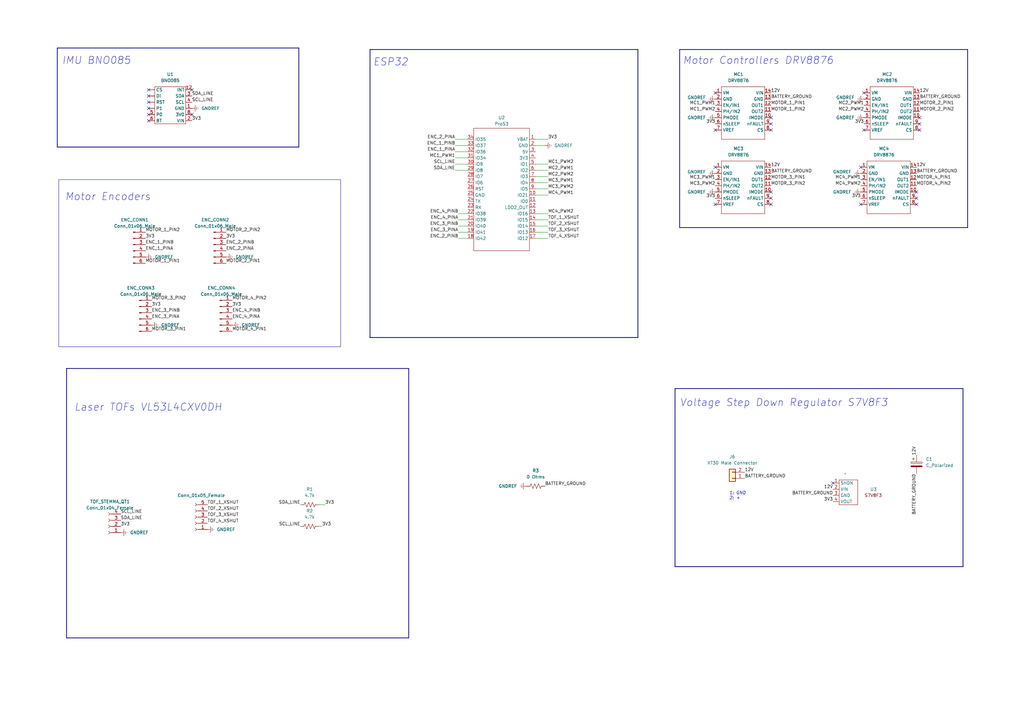
<source format=kicad_sch>
(kicad_sch (version 20230121) (generator eeschema)
  (paper "A3")
  (lib_symbols
    (symbol "Connector:Conn_01x04_Female" (pin_names (offset 1.016) hide)
      (property "Reference" "J" (at 0 5.08 0))
      (property "Value" "Conn_01x04_Female" (at 0 -7.62 0))
      (symbol "Conn_01x04_Female_1_1"
        (arc (start 0 -4.572) (mid -0.5058 -5.08) (end 0 -5.588) (stroke (width 0.1524)))
        (arc (start 0 -2.032) (mid -0.5058 -2.54) (end 0 -3.048) (stroke (width 0.1524)))
        (polyline (pts (xy -1.27 -5.08) (xy -0.508 -5.08)) (stroke (width 0.1524)))
        (polyline (pts (xy -1.27 -2.54) (xy -0.508 -2.54)) (stroke (width 0.1524)))
        (polyline (pts (xy -1.27 0) (xy -0.508 0)) (stroke (width 0.1524)))
        (polyline (pts (xy -1.27 2.54) (xy -0.508 2.54)) (stroke (width 0.1524)))
        (arc (start 0 0.508) (mid -0.5058 0) (end 0 -0.508) (stroke (width 0.1524)))
        (arc (start 0 3.048) (mid -0.5058 2.54) (end 0 2.032) (stroke (width 0.1524)))
        (pin passive line (at -5.08 2.54 0) (length 3.81) (name "Pin_1") (number "1"))
        (pin passive line (at -5.08 0 0) (length 3.81) (name "Pin_2") (number "2"))
        (pin passive line (at -5.08 -2.54 0) (length 3.81) (name "Pin_3") (number "3"))
        (pin passive line (at -5.08 -5.08 0) (length 3.81) (name "Pin_4") (number "4"))
      )
    )
    (symbol "Connector:Conn_01x05_Socket" (pin_names (offset 1.016) hide)
      (property "Reference" "J" (at 0 7.62 0))
      (property "Value" "Conn_01x05_Socket" (at 0 -7.62 0))
      (symbol "Conn_01x05_Socket_1_1"
        (arc (start 0 -4.572) (mid -0.5058 -5.08) (end 0 -5.588) (stroke (width 0.1524)))
        (arc (start 0 -2.032) (mid -0.5058 -2.54) (end 0 -3.048) (stroke (width 0.1524)))
        (polyline (pts (xy -1.27 -5.08) (xy -0.508 -5.08)) (stroke (width 0.1524)))
        (polyline (pts (xy -1.27 -2.54) (xy -0.508 -2.54)) (stroke (width 0.1524)))
        (polyline (pts (xy -1.27 0) (xy -0.508 0)) (stroke (width 0.1524)))
        (polyline (pts (xy -1.27 2.54) (xy -0.508 2.54)) (stroke (width 0.1524)))
        (polyline (pts (xy -1.27 5.08) (xy -0.508 5.08)) (stroke (width 0.1524)))
        (arc (start 0 0.508) (mid -0.5058 0) (end 0 -0.508) (stroke (width 0.1524)))
        (arc (start 0 3.048) (mid -0.5058 2.54) (end 0 2.032) (stroke (width 0.1524)))
        (arc (start 0 5.588) (mid -0.5058 5.08) (end 0 4.572) (stroke (width 0.1524)))
        (pin passive line (at -5.08 5.08 0) (length 3.81) (name "Pin_1") (number "1"))
        (pin passive line (at -5.08 2.54 0) (length 3.81) (name "Pin_2") (number "2"))
        (pin passive line (at -5.08 0 0) (length 3.81) (name "Pin_3") (number "3"))
        (pin passive line (at -5.08 -2.54 0) (length 3.81) (name "Pin_4") (number "4"))
        (pin passive line (at -5.08 -5.08 0) (length 3.81) (name "Pin_5") (number "5"))
      )
    )
    (symbol "Connector:Conn_01x06_Male" (pin_names (offset 1.016) hide)
      (property "Reference" "J" (at 0 7.62 0))
      (property "Value" "Conn_01x06_Male" (at 0 -10.16 0))
      (symbol "Conn_01x06_Male_1_1"
        (polyline (pts (xy 1.27 -7.62) (xy 0.8636 -7.62)) (stroke (width 0.1524)))
        (polyline (pts (xy 1.27 -5.08) (xy 0.8636 -5.08)) (stroke (width 0.1524)))
        (polyline (pts (xy 1.27 -2.54) (xy 0.8636 -2.54)) (stroke (width 0.1524)))
        (polyline (pts (xy 1.27 0) (xy 0.8636 0)) (stroke (width 0.1524)))
        (polyline (pts (xy 1.27 2.54) (xy 0.8636 2.54)) (stroke (width 0.1524)))
        (polyline (pts (xy 1.27 5.08) (xy 0.8636 5.08)) (stroke (width 0.1524)))
        (rectangle (start 0.8636 -7.493) (end 0 -7.747) (stroke (width 0.1524)) (fill (type outline)))
        (rectangle (start 0.8636 -4.953) (end 0 -5.207) (stroke (width 0.1524)) (fill (type outline)))
        (rectangle (start 0.8636 -2.413) (end 0 -2.667) (stroke (width 0.1524)) (fill (type outline)))
        (rectangle (start 0.8636 0.127) (end 0 -0.127) (stroke (width 0.1524)) (fill (type outline)))
        (rectangle (start 0.8636 2.667) (end 0 2.413) (stroke (width 0.1524)) (fill (type outline)))
        (rectangle (start 0.8636 5.207) (end 0 4.953) (stroke (width 0.1524)) (fill (type outline)))
        (pin passive line (at 5.08 5.08 180) (length 3.81) (name "Pin_1") (number "1"))
        (pin passive line (at 5.08 2.54 180) (length 3.81) (name "Pin_2") (number "2"))
        (pin passive line (at 5.08 0 180) (length 3.81) (name "Pin_3") (number "3"))
        (pin passive line (at 5.08 -2.54 180) (length 3.81) (name "Pin_4") (number "4"))
        (pin passive line (at 5.08 -5.08 180) (length 3.81) (name "Pin_5") (number "5"))
        (pin passive line (at 5.08 -7.62 180) (length 3.81) (name "Pin_6") (number "6"))
      )
    )
    (symbol "Connector_Generic:Conn_01x02" (pin_names (offset 1.016) hide)
      (property "Reference" "J" (at 0 2.54 0))
      (property "Value" "Conn_01x02" (at 0 -5.08 0))
      (symbol "Conn_01x02_1_1"
        (rectangle (start -1.27 -2.413) (end 0 -2.667) (stroke (width 0.1524)))
        (rectangle (start -1.27 0.127) (end 0 -0.127) (stroke (width 0.1524)))
        (rectangle (start -1.27 1.27) (end 1.27 -3.81) (stroke (width 0.254)) (fill (type background)))
        (pin passive line (at -5.08 0 0) (length 3.81) (name "Pin_1") (number "1"))
        (pin passive line (at -5.08 -2.54 0) (length 3.81) (name "Pin_2") (number "2"))
      )
    )
    (symbol "DRV8876_1"
      (property "Reference" "MC1" (at -8.255 -3.81 0))
      (property "Value" "DRV8876_1" (at -8.255 -6.35 0))
      (symbol "DRV8876_1_0_1"
        (rectangle (start -19.05 -16.51) (end -19.05 -16.51))
        (rectangle (start -15.24 -8.89) (end -15.24 -8.89))
        (rectangle (start -15.24 -8.89) (end 2.54 -30.48))
        (rectangle (start -11.43 -17.78) (end -11.43 -17.78))
        (rectangle (start -11.43 -8.89) (end -11.43 -8.89))
      )
      (symbol "DRV8876_1_1_1"
        (pin power_in line (at -17.78 -11.43 0) (length 2.54) (name "VM") (number "1"))
        (pin input line (at 5.08 -21.59 180) (length 2.54) (name "IMODE") (number "10"))
        (pin output line (at 5.08 -19.05 180) (length 2.54) (name "OUT2") (number "11"))
        (pin output line (at 5.08 -16.51 180) (length 2.54) (name "OUT1") (number "12"))
        (pin power_out line (at 5.08 -13.97 180) (length 2.54) (name "GND") (number "13"))
        (pin power_in line (at 5.08 -11.43 180) (length 2.54) (name "VIN") (number "14"))
        (pin power_out line (at -17.78 -13.97 0) (length 2.54) (name "GND") (number "2"))
        (pin input line (at -17.78 -16.51 0) (length 2.54) (name "EN/IN1") (number "3"))
        (pin input line (at -17.78 -19.05 0) (length 2.54) (name "PH/IN2") (number "4"))
        (pin input line (at -17.78 -21.59 0) (length 2.54) (name "PMODE") (number "5"))
        (pin input line (at -17.78 -24.13 0) (length 2.54) (name "nSLEEP") (number "6"))
        (pin input line (at -17.78 -26.67 0) (length 2.54) (name "VREF") (number "7"))
        (pin input line (at 5.08 -26.67 180) (length 2.54) (name "CS") (number "8"))
        (pin open_emitter line (at 5.08 -24.13 180) (length 2.54) (name "nFAULT") (number "9"))
      )
    )
    (symbol "Device:C_Polarized" (pin_numbers hide) (pin_names (offset 0.254))
      (property "Reference" "C" (at 0.635 2.54 0))
      (property "Value" "C_Polarized" (at 0.635 -2.54 0))
      (symbol "C_Polarized_0_1"
        (rectangle (start -2.286 0.508) (end 2.286 1.016))
        (polyline (pts (xy -1.778 2.286) (xy -0.762 2.286)))
        (polyline (pts (xy -1.27 2.794) (xy -1.27 1.778)))
        (rectangle (start 2.286 -0.508) (end -2.286 -1.016) (fill (type outline)))
      )
      (symbol "C_Polarized_1_1"
        (pin passive line (at 0 3.81 270) (length 2.794) (name "~") (number "1"))
        (pin passive line (at 0 -3.81 90) (length 2.794) (name "~") (number "2"))
      )
    )
    (symbol "Device:R_US" (pin_numbers hide) (pin_names (offset 0))
      (property "Reference" "R" (at 2.54 0 90))
      (property "Value" "R_US" (at -2.54 0 90))
      (symbol "R_US_0_1"
        (polyline (pts (xy 0 -2.286) (xy 0 -2.54)))
        (polyline (pts (xy 0 2.286) (xy 0 2.54)))
        (polyline (pts (xy 0 -0.762) (xy 1.016 -1.143) (xy 0 -1.524) (xy -1.016 -1.905) (xy 0 -2.286)))
        (polyline (pts (xy 0 0.762) (xy 1.016 0.381) (xy 0 0) (xy -1.016 -0.381) (xy 0 -0.762)))
        (polyline (pts (xy 0 2.286) (xy 1.016 1.905) (xy 0 1.524) (xy -1.016 1.143) (xy 0 0.762)))
      )
      (symbol "R_US_1_1"
        (pin passive line (at 0 3.81 270) (length 1.27) (name "~") (number "1"))
        (pin passive line (at 0 -3.81 90) (length 1.27) (name "~") (number "2"))
      )
    )
    (symbol "GNDREF_1" (power) (pin_names (offset 0))
      (property "Value" "GNDREF_1" (at 0 -3.81 0))
      (symbol "GNDREF_1_0_1"
        (polyline (pts (xy -0.635 -1.905) (xy 0.635 -1.905)))
        (polyline (pts (xy -0.127 -2.54) (xy 0.127 -2.54)))
        (polyline (pts (xy 0 -1.27) (xy 0 0)))
        (polyline (pts (xy 1.27 -1.27) (xy -1.27 -1.27)))
      )
      (symbol "GNDREF_1_1_1"
        (pin power_in line (at 0 0 270) (length 0) hide (name "GNDREF") (number "1"))
      )
    )
    (symbol "board1_libs:BNO085"
      (property "Reference" "U1" (at 0 3.81 0))
      (property "Value" "BNO085" (at 0 1.27 0))
      (symbol "BNO085_0_1"
        (rectangle (start -6.35 -1.27) (end 6.35 -16.51))
      )
      (symbol "BNO085_1_1"
        (pin input line (at -8.89 -2.54 0) (length 2.54) (name "CS") (number ""))
        (pin input line (at -8.89 -5.08 0) (length 2.54) (name "DI") (number ""))
        (pin input line (at -8.89 -10.16 0) (length 2.54) (name "P1") (number ""))
        (pin input line (at -8.89 -7.62 0) (length 2.54) (name "RST") (number ""))
        (pin input line (at 8.89 -10.16 180) (length 2.54) (name "GND") (number "1"))
        (pin input line (at 8.89 -2.54 180) (length 2.54) (name "INT") (number "12"))
        (pin input line (at 8.89 -15.24 180) (length 2.54) (name "VIN") (number "2"))
        (pin bidirectional line (at 8.89 -5.08 180) (length 2.54) (name "SDA") (number "3"))
        (pin bidirectional line (at 8.89 -7.62 180) (length 2.54) (name "SCL") (number "4"))
        (pin input line (at -8.89 -12.7 0) (length 2.54) (name "P0") (number "5"))
        (pin input line (at -8.89 -15.24 0) (length 2.54) (name "BT") (number "6"))
        (pin input line (at 8.89 -12.7 180) (length 2.54) (name "3V0") (number "8"))
      )
    )
    (symbol "board1_libs:ProS3"
      (property "Reference" "U" (at 0 -28.956 0))
      (property "Value" "ProS3" (at -0.508 27.178 0))
      (symbol "ProS3_0_1"
        (rectangle (start -11.43 24.892) (end 11.43 -25.4) (stroke (width 0.1524)))
      )
      (symbol "ProS3_1_1"
        (pin power_in line (at 13.97 20.32 180) (length 2.54) (name "VBAT") (number "1"))
        (pin bidirectional line (at 13.97 -2.54 180) (length 2.54) (name "IO21") (number "10"))
        (pin bidirectional line (at 13.97 -5.08 180) (length 2.54) (name "IO0") (number "11"))
        (pin power_out line (at 13.97 -7.62 180) (length 2.54) (name "LDO2_OUT") (number "12"))
        (pin bidirectional line (at 13.97 -10.16 180) (length 2.54) (name "IO16") (number "13"))
        (pin bidirectional line (at 13.97 -12.7 180) (length 2.54) (name "IO15") (number "14"))
        (pin bidirectional line (at 13.97 -15.24 180) (length 2.54) (name "IO14") (number "15"))
        (pin bidirectional line (at 13.97 -17.78 180) (length 2.54) (name "IO13") (number "16"))
        (pin bidirectional line (at 13.97 -20.32 180) (length 2.54) (name "IO12") (number "17"))
        (pin bidirectional line (at -13.97 -20.32 0) (length 2.54) (name "IO42") (number "18"))
        (pin bidirectional line (at -13.97 -17.78 0) (length 2.54) (name "IO41") (number "19"))
        (pin power_in line (at 13.97 17.78 180) (length 2.54) (name "GND") (number "2"))
        (pin bidirectional line (at -13.97 -15.24 0) (length 2.54) (name "IO40") (number "20"))
        (pin bidirectional line (at -13.97 -12.7 0) (length 2.54) (name "IO39") (number "21"))
        (pin bidirectional line (at -13.97 -10.16 0) (length 2.54) (name "IO38") (number "22"))
        (pin bidirectional line (at -13.97 -7.62 0) (length 2.54) (name "RX") (number "23"))
        (pin bidirectional line (at -13.97 -5.08 0) (length 2.54) (name "TX") (number "24"))
        (pin power_in line (at -13.97 -2.54 0) (length 2.54) (name "GND") (number "25"))
        (pin input line (at -13.97 0 0) (length 2.54) (name "RST") (number "26"))
        (pin bidirectional line (at -13.97 2.54 0) (length 2.54) (name "IO6") (number "27"))
        (pin bidirectional line (at -13.97 5.08 0) (length 2.54) (name "IO7") (number "28"))
        (pin bidirectional line (at -13.97 7.62 0) (length 2.54) (name "IO8") (number "29"))
        (pin power_in line (at 13.97 15.24 180) (length 2.54) (name "5V") (number "3"))
        (pin bidirectional line (at -13.97 10.16 0) (length 2.54) (name "IO9") (number "30"))
        (pin bidirectional line (at -13.97 12.7 0) (length 2.54) (name "IO34") (number "31"))
        (pin bidirectional line (at -13.97 15.24 0) (length 2.54) (name "IO36") (number "32"))
        (pin bidirectional line (at -13.97 17.78 0) (length 2.54) (name "IO37") (number "33"))
        (pin bidirectional line (at -13.97 20.32 0) (length 2.54) (name "IO35") (number "34"))
        (pin power_in line (at 13.97 12.7 180) (length 2.54) (name "3V3") (number "4"))
        (pin bidirectional line (at 13.97 10.16 180) (length 2.54) (name "IO1") (number "5"))
        (pin bidirectional line (at 13.97 7.62 180) (length 2.54) (name "IO2") (number "6"))
        (pin bidirectional line (at 13.97 5.08 180) (length 2.54) (name "IO3") (number "7"))
        (pin bidirectional line (at 13.97 2.54 180) (length 2.54) (name "IO4") (number "8"))
        (pin bidirectional line (at 13.97 0 180) (length 2.54) (name "IO5") (number "9"))
      )
    )
    (symbol "board1_libs:S7V8F3"
      (property "Reference" "U" (at 10.16 -6.35 0))
      (symbol "S7V8F3_0_0"
        (text "S7V8F3" (at 11.43 -8.89 0) (effects (font (size 1.27 1.27))))
      )
      (symbol "S7V8F3_0_1"
        (rectangle (start -2.54 -12.7) (end 5.08 -12.7))
        (rectangle (start -2.54 -2.54) (end -2.54 -12.7))
      )
      (symbol "S7V8F3_1_1"
        (rectangle (start -2.54 -2.54) (end 5.08 -2.54))
        (rectangle (start 5.08 -2.54) (end 5.08 -12.7))
        (pin input line (at -5.08 -3.81 0) (length 2.54) (name "SHDN") (number "1"))
        (pin input line (at -5.08 -6.35 0) (length 2.54) (name "VIN") (number "2"))
        (pin input line (at -5.08 -8.89 0) (length 2.54) (name "GND") (number "3"))
        (pin output line (at -5.08 -11.43 0) (length 2.54) (name "VOUT") (number "4"))
      )
    )
    (symbol "power:GNDREF" (power) (pin_names (offset 0))
      (property "Value" "GNDREF" (at 0 -3.81 0))
      (symbol "GNDREF_0_1"
        (polyline (pts (xy -0.635 -1.905) (xy 0.635 -1.905)))
        (polyline (pts (xy -0.127 -2.54) (xy 0.127 -2.54)))
        (polyline (pts (xy 0 -1.27) (xy 0 0)))
        (polyline (pts (xy 1.27 -1.27) (xy -1.27 -1.27)))
      )
      (symbol "GNDREF_1_1"
        (pin power_in line (at 0 0 270) (length 0) hide (name "GNDREF") (number "1"))
      )
    )
  )
  (no_connect (at 341.63 198.12))
  (no_connect (at 354.33 38.1))
  (no_connect (at 316.23 78.74))
  (no_connect (at 354.33 53.34))
  (no_connect (at 377.19 48.26))
  (no_connect (at 293.37 38.1))
  (no_connect (at 316.23 53.34))
  (no_connect (at 316.23 50.8))
  (no_connect (at 293.37 53.34))
  (no_connect (at 316.23 83.82))
  (no_connect (at 316.23 48.26))
  (no_connect (at 60.96 46.99))
  (no_connect (at 60.96 49.53))
  (no_connect (at 60.96 41.91))
  (no_connect (at 60.96 39.37))
  (no_connect (at 60.96 44.45))
  (no_connect (at 78.74 46.99))
  (no_connect (at 60.96 36.83))
  (no_connect (at 375.92 81.28))
  (no_connect (at 377.19 53.34))
  (no_connect (at 375.92 78.74))
  (no_connect (at 377.19 50.8))
  (no_connect (at 375.92 83.82))
  (no_connect (at 316.23 81.28))
  (no_connect (at 353.06 83.82))
  (no_connect (at 293.37 68.58))
  (no_connect (at 353.06 68.58))
  (no_connect (at 293.37 83.82))
  (no_connect (at 78.74 36.83))
  (wire (pts (xy 187.96 95.25) (xy 191.77 95.25)))
  (wire (pts (xy 219.71 92.71) (xy 224.79 92.71)))
  (wire (pts (xy 219.71 87.63) (xy 224.79 87.63)))
  (bus (pts (xy 278.765 20.32) (xy 278.765 93.345)))
  (bus (pts (xy 122.555 60.325) (xy 23.495 60.325)))
  (wire (pts (xy 186.69 62.23) (xy 191.77 62.23)))
  (wire (pts (xy 187.96 97.79) (xy 191.77 97.79)))
  (wire (pts (xy 187.96 90.17) (xy 191.77 90.17)))
  (bus (pts (xy 276.86 159.385) (xy 276.86 232.41)))
  (wire (pts (xy 186.69 59.69) (xy 191.77 59.69)))
  (bus (pts (xy 394.97 232.41) (xy 276.86 232.41)))
  (bus (pts (xy 167.64 151.13) (xy 167.64 261.62)))
  (bus (pts (xy 276.86 159.385) (xy 394.97 159.385)))
  (bus (pts (xy 151.765 138.43) (xy 151.765 20.32)))
  (bus (pts (xy 151.765 20.32) (xy 261.62 20.32)))
  (wire (pts (xy 219.71 95.25) (xy 224.79 95.25)))
  (bus (pts (xy 261.62 138.43) (xy 151.765 138.43)))
  (wire (pts (xy 219.71 57.15) (xy 224.79 57.15)))
  (wire (pts (xy 219.71 72.39) (xy 224.79 72.39)))
  (wire (pts (xy 219.71 80.01) (xy 224.79 80.01)))
  (bus (pts (xy 23.495 19.685) (xy 23.495 60.325)))
  (bus (pts (xy 167.64 261.62) (xy 27.305 261.62)))
  (bus (pts (xy 396.875 20.32) (xy 396.875 93.345)))
  (wire (pts (xy 130.81 215.9) (xy 132.08 215.9)))
  (wire (pts (xy 219.71 77.47) (xy 224.79 77.47)))
  (bus (pts (xy 394.97 159.385) (xy 394.97 232.41)))
  (wire (pts (xy 219.71 67.31) (xy 224.79 67.31)))
  (wire (pts (xy 186.69 69.85) (xy 191.77 69.85)))
  (wire (pts (xy 186.69 64.77) (xy 191.77 64.77)))
  (bus (pts (xy 27.305 151.13) (xy 167.64 151.13)))
  (wire (pts (xy 187.96 92.71) (xy 191.77 92.71)))
  (wire (pts (xy 186.69 57.15) (xy 191.77 57.15)))
  (wire (pts (xy 219.71 97.79) (xy 224.79 97.79)))
  (wire (pts (xy 219.71 59.69) (xy 223.52 59.69)))
  (bus (pts (xy 261.62 20.32) (xy 261.62 138.43)))
  (wire (pts (xy 133.35 207.01) (xy 130.81 207.01)))
  (bus (pts (xy 396.875 20.32) (xy 278.765 20.32)))
  (bus (pts (xy 23.495 19.685) (xy 122.555 19.685)))
  (wire (pts (xy 219.71 69.85) (xy 224.79 69.85)))
  (bus (pts (xy 27.305 151.13) (xy 27.305 261.62)))
  (bus (pts (xy 122.555 19.685) (xy 122.555 60.325)))
  (wire (pts (xy 219.71 74.93) (xy 224.79 74.93)))
  (wire (pts (xy 186.69 67.31) (xy 191.77 67.31)))
  (wire (pts (xy 219.71 90.17) (xy 224.79 90.17)))
  (bus (pts (xy 278.765 93.345) (xy 396.875 93.345)))
  (wire (pts (xy 187.96 87.63) (xy 191.77 87.63)))
  (rectangle (start 24.13 73.66) (end 139.7 142.24))
  (text "Laser TOFs VL53L4CXV0DH" (at 30.48 168.91 0) (effects (font (size 3 3) italic) (justify left bottom)))
  (text "1: GND\n2: +" (at 299.085 205.105 0) (effects (font (size 1.27 1.27) italic) (justify left bottom)))
  (text "Motor Controllers DRV8876" (at 280.035 26.67 0) (effects (font (size 3 3) italic) (justify left bottom)))
  (text "Motor Encoders" (at 26.67 82.55 0) (effects (font (size 3 3) italic) (justify left bottom)))
  (text "ESP32" (at 153.035 27.305 0) (effects (font (size 3 3) italic) (justify left bottom)))
  (text "IMU BNO085\n" (at 25.4 26.67 0) (effects (font (size 3 3) italic) (justify left bottom)))
  (text "Voltage Step Down Regulator S7V8F3\n" (at 278.765 167.005 0) (effects (font (size 3 3) italic) (justify left bottom)))
  (label "12V" (at 341.63 200.66 180))
  (label "MOTOR_1_PIN1" (at 316.23 43.18 0))
  (label "MOTOR_2_PIN2" (at 377.19 45.72 0))
  (label "BATTERY_GROUND" (at 305.435 196.215 0))
  (label "SDA_LINE" (at 49.53 213.36 0))
  (label "MC3_PWM2" (at 224.79 77.47 0))
  (label "12V" (at 316.23 38.1 0))
  (label "MOTOR_1_PIN1" (at 59.69 107.95 0))
  (label "MC4_PWM1" (at 224.79 80.01 0))
  (label "MC2_PWM1" (at 354.33 43.18 180))
  (label "BATTERY_GROUND" (at 377.19 40.64 0))
  (label "MOTOR_2_PIN1" (at 377.19 43.18 0))
  (label "TOF_2_XSHUT" (at 85.09 209.55 0))
  (label "TOF_2_XSHUT" (at 224.79 92.71 0))
  (label "BATTERY_GROUND" (at 223.52 199.39 0))
  (label "MC3_PWM2" (at 293.37 76.2 180))
  (label "MOTOR_3_PIN2" (at 316.23 76.2 0))
  (label "BATTERY_GROUND" (at 375.92 71.12 0))
  (label "ENC_1_PINA" (at 59.69 102.87 0))
  (label "ENC_4_PINB" (at 187.96 87.63 180))
  (label "BATTERY_GROUND" (at 316.23 40.64 0))
  (label "ENC_3_PINA" (at 187.96 95.25 180))
  (label "3V3" (at 78.74 49.53 0))
  (label "MC1_PWM2" (at 224.79 67.31 0))
  (label "MOTOR_2_PIN2" (at 92.71 95.25 0))
  (label "3V3" (at 49.53 215.9 0))
  (label "TOF_3_XSHUT" (at 224.79 95.25 0))
  (label "MOTOR_3_PIN2" (at 62.23 123.19 0))
  (label "ENC_4_PINA" (at 95.25 130.81 0))
  (label "MOTOR_3_PIN1" (at 62.23 135.89 0))
  (label "MC1_PWM1" (at 186.69 64.77 180))
  (label "TOF_4_XSHUT" (at 224.79 97.79 0))
  (label "MOTOR_1_PIN2" (at 59.69 95.25 0))
  (label "MOTOR_3_PIN1" (at 316.23 73.66 0))
  (label "MC4_PWM1" (at 353.06 73.66 180))
  (label "MOTOR_4_PIN1" (at 95.25 135.89 0))
  (label "ENC_3_PINB" (at 187.96 92.71 180))
  (label "ENC_1_PINA" (at 186.69 62.23 180))
  (label "SDA_LINE" (at 123.19 207.01 180))
  (label "TOF_1_XSHUT" (at 224.79 90.17 0))
  (label "12V" (at 305.435 193.675 0))
  (label "ENC_2_PINB" (at 92.71 100.33 0))
  (label "MOTOR_4_PIN1" (at 375.92 73.66 0))
  (label "ENC_3_PINB" (at 62.23 128.27 0))
  (label "MC3_PWM1" (at 224.79 74.93 0))
  (label "3V3" (at 293.37 81.28 180))
  (label "3V3" (at 95.25 125.73 0))
  (label "3V3" (at 353.06 81.28 180))
  (label "12V" (at 375.92 186.69 90))
  (label "SCL_LINE" (at 123.19 215.9 180))
  (label "SDA_LINE" (at 78.74 39.37 0))
  (label "SCL_LINE" (at 78.74 41.91 0))
  (label "SCL_LINE" (at 186.69 67.31 180))
  (label "SCL_LINE" (at 49.53 210.82 0))
  (label "ENC_1_PINB" (at 186.69 59.69 180))
  (label "ENC_4_PINB" (at 95.25 128.27 0))
  (label "3V3" (at 341.63 205.74 180))
  (label "MC1_PWM2" (at 293.37 45.72 180))
  (label "ENC_4_PINA" (at 187.96 90.17 180))
  (label "MC2_PWM2" (at 354.33 45.72 180))
  (label "12V" (at 316.23 68.58 0))
  (label "3V3" (at 224.79 57.15 0))
  (label "SDA_LINE" (at 186.69 69.85 180))
  (label "BATTERY_GROUND" (at 316.23 71.12 0))
  (label "ENC_2_PINB" (at 187.96 97.79 180))
  (label "TOF_1_XSHUT" (at 85.09 207.01 0))
  (label "3V3" (at 62.23 125.73 0))
  (label "ENC_2_PINA" (at 92.71 102.87 0))
  (label "ENC_1_PINB" (at 59.69 100.33 0))
  (label "3V3" (at 92.71 97.79 0))
  (label "12V" (at 375.92 68.58 0))
  (label "MC2_PWM1" (at 224.79 69.85 0))
  (label "3V3" (at 133.35 207.01 0))
  (label "MOTOR_4_PIN2" (at 375.92 76.2 0))
  (label "MC3_PWM1" (at 293.37 73.66 180))
  (label "BATTERY_GROUND" (at 341.63 203.2 180))
  (label "MC4_PWM2" (at 353.06 76.2 180))
  (label "MOTOR_2_PIN1" (at 92.71 107.95 0))
  (label "3V3" (at 132.08 215.9 0))
  (label "3V3" (at 354.33 50.8 180))
  (label "MC1_PWM1" (at 293.37 43.18 180))
  (label "MOTOR_1_PIN2" (at 316.23 45.72 0))
  (label "BATTERY_GROUND" (at 375.92 194.31 270))
  (label "TOF_4_XSHUT" (at 85.09 214.63 0))
  (label "ENC_2_PINA" (at 186.69 57.15 180))
  (label "MC4_PWM2" (at 224.79 87.63 0))
  (label "12V" (at 377.19 38.1 0))
  (label "MC2_PWM2" (at 224.79 72.39 0))
  (label "3V3" (at 59.69 97.79 0))
  (label "MOTOR_4_PIN2" (at 95.25 123.19 0))
  (label "TOF_3_XSHUT" (at 85.09 212.09 0))
  (label "3V3" (at 293.37 50.8 180))
  (label "ENC_3_PINA" (at 62.23 130.81 0))
  (symbol (lib_id "Connector:Conn_01x06_Male") (at 57.15 128.27 0) (unit 1)
    (property "Reference" "ENC_CONN3" (at 57.785 118.11 0))
    (property "Value" "Conn_01x06_Male" (at 57.785 120.65 0))
    (property "Footprint" "board1_footprints:ZH1.5-6" (effects hide))
  )
  (symbol (lib_id "Connector:Conn_01x04_Female") (at 44.45 215.9 180) (unit 1)
    (property "Reference" "TOF_STEMMA_QT1" (at 45.085 205.74 0))
    (property "Value" "Conn_01x04_Female" (at 45.085 208.28 0))
    (property "Footprint" "Connector_JST:JST_SH_BM04B-SRSS-TB_1x04-1MP_P1.00mm_Vertical" (effects hide))
  )
  (symbol (lib_id "Connector:Conn_01x05_Socket") (at 80.01 212.09 180) (unit 1)
    (property "Reference" "J1" (effects hide))
    (property "Value" "Conn_01x05_Female" (at 82.55 203.2 0))
    (property "Footprint" "Connector_PinSocket_2.54mm:PinSocket_1x05_P2.54mm_Vertical" (effects hide))
  )
  (symbol (lib_id "Connector:Conn_01x06_Male") (at 90.17 128.27 0) (unit 1)
    (property "Reference" "ENC_CONN4" (at 90.805 118.11 0))
    (property "Value" "Conn_01x06_Male" (at 90.805 120.65 0))
    (property "Footprint" "board1_footprints:ZH1.5-6" (effects hide))
  )
  (symbol (lib_id "power:GNDREF") (at 78.74 44.45 90) (unit 1)
    (property "Reference" "#PWR0104" (effects hide))
    (property "Value" "GNDREF" (at 82.55 44.4499 90) (effects (justify right)))
  )
  (symbol (lib_id "power:GNDREF") (at 59.69 105.41 90) (unit 1)
    (property "Reference" "#PWR03" (effects hide))
    (property "Value" "GNDREF" (at 63.5 105.4099 90) (effects (justify right)))
  )
  (symbol (lib_id "power:GNDREF") (at 293.37 48.26 270) (unit 1)
    (property "Reference" "#PWR0106" (effects hide))
    (property "Value" "GNDREF" (at 289.56 48.2599 90) (effects (justify right)))
  )
  (symbol (lib_id "board1_libs:ProS3") (at 205.74 77.47 0) (unit 1)
    (property "Reference" "U2" (at 205.74 48.26 0))
    (property "Value" "ProS3" (at 205.74 50.8 0))
    (property "Footprint" "board1_footprints:ProS3_TH (1)" (effects hide))
  )
  (symbol (lib_id "power:GNDREF") (at 85.09 217.17 90) (unit 1)
    (property "Reference" "#PWR015" (effects hide))
    (property "Value" "GNDREF" (at 88.9 217.1699 90) (effects (justify right)))
  )
  (symbol (lib_name "DRV8876_1") (lib_id "board1_libs:DRV8876") (at 372.11 26.67 0) (unit 1)
    (property "Reference" "MC2" (at 363.855 30.48 0))
    (property "Value" "DRV8876" (at 363.855 33.02 0))
    (property "Footprint" "board1_footprints:DRV8876" (effects hide))
  )
  (symbol (lib_id "power:GNDREF") (at 353.06 78.74 270) (unit 1)
    (property "Reference" "#PWR0111" (effects hide))
    (property "Value" "GNDREF" (at 349.25 78.7399 90) (effects (justify right)))
  )
  (symbol (lib_id "Connector:Conn_01x06_Male") (at 54.61 100.33 0) (unit 1)
    (property "Reference" "ENC_CONN1" (at 55.245 90.17 0))
    (property "Value" "Conn_01x06_Male" (at 55.245 92.71 0))
    (property "Footprint" "board1_footprints:ZH1.5-6" (effects hide))
  )
  (symbol (lib_name "DRV8876_1") (lib_id "board1_libs:DRV8876") (at 311.15 26.67 0) (unit 1)
    (property "Reference" "MC1" (at 302.895 30.48 0))
    (property "Value" "DRV8876" (at 302.895 33.02 0))
    (property "Footprint" "board1_footprints:DRV8876" (effects hide))
  )
  (symbol (lib_id "Connector_Generic:Conn_01x02") (at 300.355 196.215 180) (unit 1)
    (property "Reference" "J6" (at 300.355 187.325 0))
    (property "Value" "XT30 Male Connector" (at 300.355 189.865 0))
    (property "Footprint" "Connector_AMASS:AMASS_XT30U-M_1x02_P5.0mm_Vertical" (effects hide))
  )
  (symbol (lib_id "power:GNDREF") (at 293.37 40.64 270) (unit 1)
    (property "Reference" "#PWR0108" (effects hide))
    (property "Value" "GNDREF" (at 289.56 40.005 90) (effects (justify right)))
  )
  (symbol (lib_id "power:GNDREF") (at 293.37 71.12 270) (unit 1)
    (property "Reference" "#PWR0101" (effects hide))
    (property "Value" "GNDREF" (at 289.56 70.485 90) (effects (justify right)))
  )
  (symbol (lib_id "board1_libs:S7V8F3") (at 346.71 194.31 0) (unit 1)
    (property "Reference" "U3" (at 356.87 200.66 0) (effects (justify left)))
    (property "Value" "~" (at 346.71 194.31 0))
    (property "Footprint" "board1_footprints:S7V8F3" (effects hide))
  )
  (symbol (lib_name "DRV8876_1") (lib_id "board1_libs:DRV8876") (at 370.84 57.15 0) (unit 1)
    (property "Reference" "MC4" (at 362.585 60.96 0))
    (property "Value" "DRV8876" (at 362.585 63.5 0))
    (property "Footprint" "board1_footprints:DRV8876" (effects hide))
  )
  (symbol (lib_id "Connector:Conn_01x06_Male") (at 87.63 100.33 0) (unit 1)
    (property "Reference" "ENC_CONN2" (at 88.265 90.17 0))
    (property "Value" "Conn_01x06_Male" (at 88.265 92.71 0))
    (property "Footprint" "board1_footprints:ZH1.5-6" (effects hide))
  )
  (symbol (lib_id "Device:C_Polarized") (at 375.92 190.5 0) (unit 1)
    (property "Reference" "C1" (at 379.73 188.341 0) (effects (justify left)))
    (property "Value" "C_Polarized" (at 379.73 190.881 0) (effects (justify left)))
    (property "Footprint" "board1_footprints:CA45-B-16V-33uF-K" (effects hide))
  )
  (symbol (lib_id "power:GNDREF") (at 354.33 40.64 270) (unit 1)
    (property "Reference" "#PWR0105" (effects hide))
    (property "Value" "GNDREF" (at 350.52 40.005 90) (effects (justify right)))
  )
  (symbol (lib_id "power:GNDREF") (at 92.71 105.41 90) (unit 1)
    (property "Reference" "#PWR05" (effects hide))
    (property "Value" "GNDREF" (at 96.52 105.4099 90) (effects (justify right)))
  )
  (symbol (lib_id "Device:R_US") (at 127 207.01 90) (unit 1)
    (property "Reference" "R1" (at 127 200.66 90))
    (property "Value" "4.7k" (at 127 203.2 90))
    (property "Footprint" "Resistor_SMD:R_0805_2012Metric" (effects hide))
  )
  (symbol (lib_name "GNDREF_1") (lib_id "power:GNDREF") (at 223.52 59.69 90) (unit 1)
    (property "Reference" "#PWR01" (effects hide))
    (property "Value" "GNDREF" (at 227.33 59.69 90) (effects (justify right)))
  )
  (symbol (lib_id "power:GNDREF") (at 95.25 133.35 90) (unit 1)
    (property "Reference" "#PWR06" (effects hide))
    (property "Value" "GNDREF" (at 99.06 133.3499 90) (effects (justify right)))
  )
  (symbol (lib_id "Device:R_US") (at 219.71 199.39 90) (unit 1)
    (property "Reference" "R3" (at 219.71 193.04 90))
    (property "Value" "0 Ohms" (at 219.71 195.58 90))
    (property "Footprint" "Resistor_SMD:R_0805_2012Metric" (effects hide))
  )
  (symbol (lib_id "board1_libs:BNO085") (at 69.85 34.29 0) (unit 1)
    (property "Reference" "U1" (at 69.85 30.48 0))
    (property "Value" "BNO085" (at 69.85 33.02 0))
    (property "Footprint" "Connector_JST:JST_SH_BM04B-SRSS-TB_1x04-1MP_P1.00mm_Vertical" (effects hide))
  )
  (symbol (lib_id "power:GNDREF") (at 49.53 218.44 90) (unit 1)
    (property "Reference" "#PWR07" (effects hide))
    (property "Value" "GNDREF" (at 53.34 218.4399 90) (effects (justify right)))
  )
  (symbol (lib_id "Device:R_US") (at 127 215.9 90) (unit 1)
    (property "Reference" "R2" (at 127 209.55 90))
    (property "Value" "4.7k" (at 127 212.09 90))
    (property "Footprint" "Resistor_SMD:R_0805_2012Metric" (effects hide))
  )
  (symbol (lib_id "power:GNDREF") (at 293.37 78.74 270) (unit 1)
    (property "Reference" "#PWR0109" (effects hide))
    (property "Value" "GNDREF" (at 289.56 78.7399 90) (effects (justify right)))
  )
  (symbol (lib_id "power:GNDREF") (at 215.9 199.39 270) (unit 1)
    (property "Reference" "#PWR02" (effects hide))
    (property "Value" "GNDREF" (at 212.09 199.3899 90) (effects (justify right)))
  )
  (symbol (lib_id "power:GNDREF") (at 62.23 133.35 90) (unit 1)
    (property "Reference" "#PWR04" (effects hide))
    (property "Value" "GNDREF" (at 66.04 133.3499 90) (effects (justify right)))
  )
  (symbol (lib_id "power:GNDREF") (at 353.06 71.12 270) (unit 1)
    (property "Reference" "#PWR0102" (effects hide))
    (property "Value" "GNDREF" (at 349.25 70.485 90) (effects (justify right)))
  )
  (symbol (lib_name "DRV8876_1") (lib_id "board1_libs:DRV8876") (at 311.15 57.15 0) (unit 1)
    (property "Reference" "MC3" (at 302.895 60.96 0))
    (property "Value" "DRV8876" (at 302.895 63.5 0))
    (property "Footprint" "board1_footprints:DRV8876" (effects hide))
  )
  (symbol (lib_id "power:GNDREF") (at 354.33 48.26 270) (unit 1)
    (property "Reference" "#PWR0110" (effects hide))
    (property "Value" "GNDREF" (at 350.52 48.2599 90) (effects (justify right)))
  )
)
</source>
